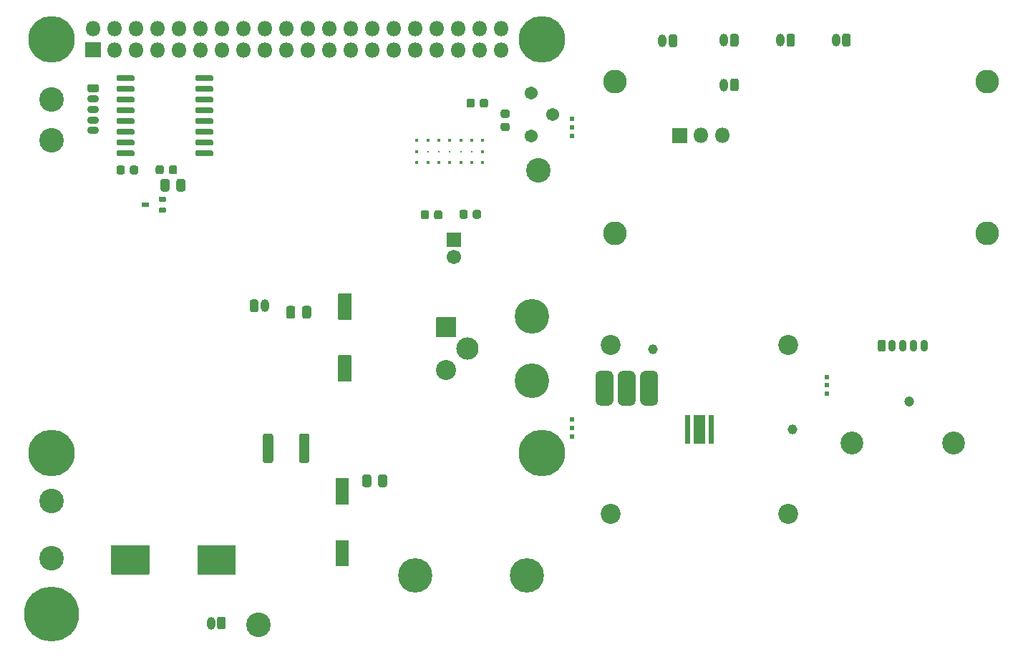
<source format=gbs>
G04 #@! TF.GenerationSoftware,KiCad,Pcbnew,(5.1.10-1-10_14)*
G04 #@! TF.CreationDate,2022-08-23T22:17:00-07:00*
G04 #@! TF.ProjectId,ulc-mm,756c632d-6d6d-42e6-9b69-6361645f7063,rev?*
G04 #@! TF.SameCoordinates,Original*
G04 #@! TF.FileFunction,Soldermask,Bot*
G04 #@! TF.FilePolarity,Negative*
%FSLAX46Y46*%
G04 Gerber Fmt 4.6, Leading zero omitted, Abs format (unit mm)*
G04 Created by KiCad (PCBNEW (5.1.10-1-10_14)) date 2022-08-23 22:17:00*
%MOMM*%
%LPD*%
G01*
G04 APERTURE LIST*
%ADD10C,1.201600*%
%ADD11C,4.061600*%
%ADD12C,0.401600*%
%ADD13C,0.300200*%
%ADD14O,1.801600X1.801600*%
%ADD15O,1.001600X1.501600*%
%ADD16C,2.901600*%
%ADD17C,1.701600*%
%ADD18C,1.541600*%
%ADD19C,2.381600*%
%ADD20C,4.091600*%
%ADD21C,2.641600*%
%ADD22C,2.801600*%
%ADD23C,2.362200*%
%ADD24C,1.151600*%
%ADD25C,5.501600*%
%ADD26C,6.501600*%
%ADD27C,0.609600*%
%ADD28O,1.401600X0.901600*%
%ADD29O,0.901600X1.401600*%
%ADD30C,2.701600*%
G04 APERTURE END LIST*
D10*
X304936000Y-140344400D03*
D11*
X246447900Y-160985500D03*
X259647900Y-160985500D03*
D12*
X254465900Y-110804100D03*
X254465900Y-112104100D03*
X253165900Y-112104100D03*
X251865900Y-112104100D03*
X250565900Y-112104100D03*
X249265900Y-112104100D03*
X247965900Y-112104100D03*
X246665900Y-112104100D03*
X246665900Y-110804100D03*
X254465900Y-109504100D03*
X253165900Y-109504100D03*
X251865900Y-109504100D03*
X250565900Y-109504100D03*
X249265900Y-109504100D03*
X247965900Y-109504100D03*
X246665900Y-109504100D03*
D13*
X247965900Y-110804100D03*
X249265900Y-110804100D03*
X253165900Y-110804100D03*
X251865900Y-110804100D03*
X250565900Y-110804100D03*
G36*
G01*
X207520000Y-97869200D02*
X209220000Y-97869200D01*
G75*
G02*
X209270800Y-97920000I0J-50800D01*
G01*
X209270800Y-99620000D01*
G75*
G02*
X209220000Y-99670800I-50800J0D01*
G01*
X207520000Y-99670800D01*
G75*
G02*
X207469200Y-99620000I0J50800D01*
G01*
X207469200Y-97920000D01*
G75*
G02*
X207520000Y-97869200I50800J0D01*
G01*
G37*
D14*
X208370000Y-96230000D03*
X210910000Y-98770000D03*
X210910000Y-96230000D03*
X213450000Y-98770000D03*
X213450000Y-96230000D03*
X215990000Y-98770000D03*
X215990000Y-96230000D03*
X218530000Y-98770000D03*
X218530000Y-96230000D03*
X221070000Y-98770000D03*
X221070000Y-96230000D03*
X223610000Y-98770000D03*
X223610000Y-96230000D03*
X226150000Y-98770000D03*
X226150000Y-96230000D03*
X228690000Y-98770000D03*
X228690000Y-96230000D03*
X231230000Y-98770000D03*
X231230000Y-96230000D03*
X233770000Y-98770000D03*
X233770000Y-96230000D03*
X236310000Y-98770000D03*
X236310000Y-96230000D03*
X238850000Y-98770000D03*
X238850000Y-96230000D03*
X241390000Y-98770000D03*
X241390000Y-96230000D03*
X243930000Y-98770000D03*
X243930000Y-96230000D03*
X246470000Y-98770000D03*
X246470000Y-96230000D03*
X249010000Y-98770000D03*
X249010000Y-96230000D03*
X251550000Y-98770000D03*
X251550000Y-96230000D03*
X254090000Y-98770000D03*
X254090000Y-96230000D03*
X256630000Y-98770000D03*
X256630000Y-96230000D03*
D15*
X222305960Y-166581120D03*
G36*
G01*
X224056760Y-166080720D02*
X224056760Y-167081520D01*
G75*
G02*
X223806360Y-167331920I-250400J0D01*
G01*
X223305560Y-167331920D01*
G75*
G02*
X223055160Y-167081520I0J250400D01*
G01*
X223055160Y-166080720D01*
G75*
G02*
X223305560Y-165830320I250400J0D01*
G01*
X223806360Y-165830320D01*
G75*
G02*
X224056760Y-166080720I0J-250400D01*
G01*
G37*
D16*
X227914600Y-166789400D03*
X261036200Y-113043000D03*
X203450000Y-109500000D03*
X203450000Y-104650000D03*
X203454400Y-158915400D03*
X203479800Y-152159000D03*
G36*
G01*
X211139800Y-111186400D02*
X211139800Y-110835600D01*
G75*
G02*
X211315200Y-110660200I175400J0D01*
G01*
X213116000Y-110660200D01*
G75*
G02*
X213291400Y-110835600I0J-175400D01*
G01*
X213291400Y-111186400D01*
G75*
G02*
X213116000Y-111361800I-175400J0D01*
G01*
X211315200Y-111361800D01*
G75*
G02*
X211139800Y-111186400I0J175400D01*
G01*
G37*
G36*
G01*
X211139800Y-109916400D02*
X211139800Y-109565600D01*
G75*
G02*
X211315200Y-109390200I175400J0D01*
G01*
X213116000Y-109390200D01*
G75*
G02*
X213291400Y-109565600I0J-175400D01*
G01*
X213291400Y-109916400D01*
G75*
G02*
X213116000Y-110091800I-175400J0D01*
G01*
X211315200Y-110091800D01*
G75*
G02*
X211139800Y-109916400I0J175400D01*
G01*
G37*
G36*
G01*
X211139800Y-108646400D02*
X211139800Y-108295600D01*
G75*
G02*
X211315200Y-108120200I175400J0D01*
G01*
X213116000Y-108120200D01*
G75*
G02*
X213291400Y-108295600I0J-175400D01*
G01*
X213291400Y-108646400D01*
G75*
G02*
X213116000Y-108821800I-175400J0D01*
G01*
X211315200Y-108821800D01*
G75*
G02*
X211139800Y-108646400I0J175400D01*
G01*
G37*
G36*
G01*
X211139800Y-107376400D02*
X211139800Y-107025600D01*
G75*
G02*
X211315200Y-106850200I175400J0D01*
G01*
X213116000Y-106850200D01*
G75*
G02*
X213291400Y-107025600I0J-175400D01*
G01*
X213291400Y-107376400D01*
G75*
G02*
X213116000Y-107551800I-175400J0D01*
G01*
X211315200Y-107551800D01*
G75*
G02*
X211139800Y-107376400I0J175400D01*
G01*
G37*
G36*
G01*
X211139800Y-106106400D02*
X211139800Y-105755600D01*
G75*
G02*
X211315200Y-105580200I175400J0D01*
G01*
X213116000Y-105580200D01*
G75*
G02*
X213291400Y-105755600I0J-175400D01*
G01*
X213291400Y-106106400D01*
G75*
G02*
X213116000Y-106281800I-175400J0D01*
G01*
X211315200Y-106281800D01*
G75*
G02*
X211139800Y-106106400I0J175400D01*
G01*
G37*
G36*
G01*
X211139800Y-104836400D02*
X211139800Y-104485600D01*
G75*
G02*
X211315200Y-104310200I175400J0D01*
G01*
X213116000Y-104310200D01*
G75*
G02*
X213291400Y-104485600I0J-175400D01*
G01*
X213291400Y-104836400D01*
G75*
G02*
X213116000Y-105011800I-175400J0D01*
G01*
X211315200Y-105011800D01*
G75*
G02*
X211139800Y-104836400I0J175400D01*
G01*
G37*
G36*
G01*
X211139800Y-103566400D02*
X211139800Y-103215600D01*
G75*
G02*
X211315200Y-103040200I175400J0D01*
G01*
X213116000Y-103040200D01*
G75*
G02*
X213291400Y-103215600I0J-175400D01*
G01*
X213291400Y-103566400D01*
G75*
G02*
X213116000Y-103741800I-175400J0D01*
G01*
X211315200Y-103741800D01*
G75*
G02*
X211139800Y-103566400I0J175400D01*
G01*
G37*
G36*
G01*
X211139800Y-102296400D02*
X211139800Y-101945600D01*
G75*
G02*
X211315200Y-101770200I175400J0D01*
G01*
X213116000Y-101770200D01*
G75*
G02*
X213291400Y-101945600I0J-175400D01*
G01*
X213291400Y-102296400D01*
G75*
G02*
X213116000Y-102471800I-175400J0D01*
G01*
X211315200Y-102471800D01*
G75*
G02*
X211139800Y-102296400I0J175400D01*
G01*
G37*
G36*
G01*
X220439800Y-102296400D02*
X220439800Y-101945600D01*
G75*
G02*
X220615200Y-101770200I175400J0D01*
G01*
X222416000Y-101770200D01*
G75*
G02*
X222591400Y-101945600I0J-175400D01*
G01*
X222591400Y-102296400D01*
G75*
G02*
X222416000Y-102471800I-175400J0D01*
G01*
X220615200Y-102471800D01*
G75*
G02*
X220439800Y-102296400I0J175400D01*
G01*
G37*
G36*
G01*
X220439800Y-103566400D02*
X220439800Y-103215600D01*
G75*
G02*
X220615200Y-103040200I175400J0D01*
G01*
X222416000Y-103040200D01*
G75*
G02*
X222591400Y-103215600I0J-175400D01*
G01*
X222591400Y-103566400D01*
G75*
G02*
X222416000Y-103741800I-175400J0D01*
G01*
X220615200Y-103741800D01*
G75*
G02*
X220439800Y-103566400I0J175400D01*
G01*
G37*
G36*
G01*
X220439800Y-104836400D02*
X220439800Y-104485600D01*
G75*
G02*
X220615200Y-104310200I175400J0D01*
G01*
X222416000Y-104310200D01*
G75*
G02*
X222591400Y-104485600I0J-175400D01*
G01*
X222591400Y-104836400D01*
G75*
G02*
X222416000Y-105011800I-175400J0D01*
G01*
X220615200Y-105011800D01*
G75*
G02*
X220439800Y-104836400I0J175400D01*
G01*
G37*
G36*
G01*
X220439800Y-106106400D02*
X220439800Y-105755600D01*
G75*
G02*
X220615200Y-105580200I175400J0D01*
G01*
X222416000Y-105580200D01*
G75*
G02*
X222591400Y-105755600I0J-175400D01*
G01*
X222591400Y-106106400D01*
G75*
G02*
X222416000Y-106281800I-175400J0D01*
G01*
X220615200Y-106281800D01*
G75*
G02*
X220439800Y-106106400I0J175400D01*
G01*
G37*
G36*
G01*
X220439800Y-107376400D02*
X220439800Y-107025600D01*
G75*
G02*
X220615200Y-106850200I175400J0D01*
G01*
X222416000Y-106850200D01*
G75*
G02*
X222591400Y-107025600I0J-175400D01*
G01*
X222591400Y-107376400D01*
G75*
G02*
X222416000Y-107551800I-175400J0D01*
G01*
X220615200Y-107551800D01*
G75*
G02*
X220439800Y-107376400I0J175400D01*
G01*
G37*
G36*
G01*
X220439800Y-108646400D02*
X220439800Y-108295600D01*
G75*
G02*
X220615200Y-108120200I175400J0D01*
G01*
X222416000Y-108120200D01*
G75*
G02*
X222591400Y-108295600I0J-175400D01*
G01*
X222591400Y-108646400D01*
G75*
G02*
X222416000Y-108821800I-175400J0D01*
G01*
X220615200Y-108821800D01*
G75*
G02*
X220439800Y-108646400I0J175400D01*
G01*
G37*
G36*
G01*
X220439800Y-109916400D02*
X220439800Y-109565600D01*
G75*
G02*
X220615200Y-109390200I175400J0D01*
G01*
X222416000Y-109390200D01*
G75*
G02*
X222591400Y-109565600I0J-175400D01*
G01*
X222591400Y-109916400D01*
G75*
G02*
X222416000Y-110091800I-175400J0D01*
G01*
X220615200Y-110091800D01*
G75*
G02*
X220439800Y-109916400I0J175400D01*
G01*
G37*
G36*
G01*
X220439800Y-111186400D02*
X220439800Y-110835600D01*
G75*
G02*
X220615200Y-110660200I175400J0D01*
G01*
X222416000Y-110660200D01*
G75*
G02*
X222591400Y-110835600I0J-175400D01*
G01*
X222591400Y-111186400D01*
G75*
G02*
X222416000Y-111361800I-175400J0D01*
G01*
X220615200Y-111361800D01*
G75*
G02*
X220439800Y-111186400I0J175400D01*
G01*
G37*
G36*
G01*
X226918500Y-129558100D02*
X226918500Y-128557300D01*
G75*
G02*
X227168900Y-128306900I250400J0D01*
G01*
X227669700Y-128306900D01*
G75*
G02*
X227920100Y-128557300I0J-250400D01*
G01*
X227920100Y-129558100D01*
G75*
G02*
X227669700Y-129808500I-250400J0D01*
G01*
X227168900Y-129808500D01*
G75*
G02*
X226918500Y-129558100I0J250400D01*
G01*
G37*
D15*
X228669300Y-129057700D03*
G36*
G01*
X251708600Y-118506250D02*
X251708600Y-117942950D01*
G75*
G02*
X251952750Y-117698800I244150J0D01*
G01*
X252441050Y-117698800D01*
G75*
G02*
X252685200Y-117942950I0J-244150D01*
G01*
X252685200Y-118506250D01*
G75*
G02*
X252441050Y-118750400I-244150J0D01*
G01*
X251952750Y-118750400D01*
G75*
G02*
X251708600Y-118506250I0J244150D01*
G01*
G37*
G36*
G01*
X253283600Y-118506250D02*
X253283600Y-117942950D01*
G75*
G02*
X253527750Y-117698800I244150J0D01*
G01*
X254016050Y-117698800D01*
G75*
G02*
X254260200Y-117942950I0J-244150D01*
G01*
X254260200Y-118506250D01*
G75*
G02*
X254016050Y-118750400I-244150J0D01*
G01*
X253527750Y-118750400D01*
G75*
G02*
X253283600Y-118506250I0J244150D01*
G01*
G37*
G36*
G01*
X211144800Y-113273850D02*
X211144800Y-112710550D01*
G75*
G02*
X211388950Y-112466400I244150J0D01*
G01*
X211877250Y-112466400D01*
G75*
G02*
X212121400Y-112710550I0J-244150D01*
G01*
X212121400Y-113273850D01*
G75*
G02*
X211877250Y-113518000I-244150J0D01*
G01*
X211388950Y-113518000D01*
G75*
G02*
X211144800Y-113273850I0J244150D01*
G01*
G37*
G36*
G01*
X212719800Y-113273850D02*
X212719800Y-112710550D01*
G75*
G02*
X212963950Y-112466400I244150J0D01*
G01*
X213452250Y-112466400D01*
G75*
G02*
X213696400Y-112710550I0J-244150D01*
G01*
X213696400Y-113273850D01*
G75*
G02*
X213452250Y-113518000I-244150J0D01*
G01*
X212963950Y-113518000D01*
G75*
G02*
X212719800Y-113273850I0J244150D01*
G01*
G37*
G36*
G01*
X250241900Y-120423300D02*
X251841900Y-120423300D01*
G75*
G02*
X251892700Y-120474100I0J-50800D01*
G01*
X251892700Y-122074100D01*
G75*
G02*
X251841900Y-122124900I-50800J0D01*
G01*
X250241900Y-122124900D01*
G75*
G02*
X250191100Y-122074100I0J50800D01*
G01*
X250191100Y-120474100D01*
G75*
G02*
X250241900Y-120423300I50800J0D01*
G01*
G37*
D17*
X251041900Y-123274100D03*
G36*
G01*
X241282200Y-149277050D02*
X241282200Y-150240350D01*
G75*
G02*
X241013050Y-150509500I-269150J0D01*
G01*
X240474750Y-150509500D01*
G75*
G02*
X240205600Y-150240350I0J269150D01*
G01*
X240205600Y-149277050D01*
G75*
G02*
X240474750Y-149007900I269150J0D01*
G01*
X241013050Y-149007900D01*
G75*
G02*
X241282200Y-149277050I0J-269150D01*
G01*
G37*
G36*
G01*
X243157200Y-149277050D02*
X243157200Y-150240350D01*
G75*
G02*
X242888050Y-150509500I-269150J0D01*
G01*
X242349750Y-150509500D01*
G75*
G02*
X242080600Y-150240350I0J269150D01*
G01*
X242080600Y-149277050D01*
G75*
G02*
X242349750Y-149007900I269150J0D01*
G01*
X242888050Y-149007900D01*
G75*
G02*
X243157200Y-149277050I0J-269150D01*
G01*
G37*
G36*
G01*
X237403100Y-134903400D02*
X238873100Y-134903400D01*
G75*
G02*
X238923900Y-134954200I0J-50800D01*
G01*
X238923900Y-137954200D01*
G75*
G02*
X238873100Y-138005000I-50800J0D01*
G01*
X237403100Y-138005000D01*
G75*
G02*
X237352300Y-137954200I0J50800D01*
G01*
X237352300Y-134954200D01*
G75*
G02*
X237403100Y-134903400I50800J0D01*
G01*
G37*
G36*
G01*
X237403100Y-127603400D02*
X238873100Y-127603400D01*
G75*
G02*
X238923900Y-127654200I0J-50800D01*
G01*
X238923900Y-130654200D01*
G75*
G02*
X238873100Y-130705000I-50800J0D01*
G01*
X237403100Y-130705000D01*
G75*
G02*
X237352300Y-130654200I0J50800D01*
G01*
X237352300Y-127654200D01*
G75*
G02*
X237403100Y-127603400I50800J0D01*
G01*
G37*
G36*
G01*
X228453100Y-147388826D02*
X228453100Y-144432374D01*
G75*
G02*
X228725674Y-144159800I272574J0D01*
G01*
X229407126Y-144159800D01*
G75*
G02*
X229679700Y-144432374I0J-272574D01*
G01*
X229679700Y-147388826D01*
G75*
G02*
X229407126Y-147661400I-272574J0D01*
G01*
X228725674Y-147661400D01*
G75*
G02*
X228453100Y-147388826I0J272574D01*
G01*
G37*
G36*
G01*
X232728100Y-147388826D02*
X232728100Y-144432374D01*
G75*
G02*
X233000674Y-144159800I272574J0D01*
G01*
X233682126Y-144159800D01*
G75*
G02*
X233954700Y-144432374I0J-272574D01*
G01*
X233954700Y-147388826D01*
G75*
G02*
X233682126Y-147661400I-272574J0D01*
G01*
X233000674Y-147661400D01*
G75*
G02*
X232728100Y-147388826I0J272574D01*
G01*
G37*
G36*
G01*
X238555600Y-159861700D02*
X237085600Y-159861700D01*
G75*
G02*
X237034800Y-159810900I0J50800D01*
G01*
X237034800Y-156810900D01*
G75*
G02*
X237085600Y-156760100I50800J0D01*
G01*
X238555600Y-156760100D01*
G75*
G02*
X238606400Y-156810900I0J-50800D01*
G01*
X238606400Y-159810900D01*
G75*
G02*
X238555600Y-159861700I-50800J0D01*
G01*
G37*
G36*
G01*
X238555600Y-152561700D02*
X237085600Y-152561700D01*
G75*
G02*
X237034800Y-152510900I0J50800D01*
G01*
X237034800Y-149510900D01*
G75*
G02*
X237085600Y-149460100I50800J0D01*
G01*
X238555600Y-149460100D01*
G75*
G02*
X238606400Y-149510900I0J-50800D01*
G01*
X238606400Y-152510900D01*
G75*
G02*
X238555600Y-152561700I-50800J0D01*
G01*
G37*
G36*
G01*
X210520640Y-160805900D02*
X210520640Y-157405900D01*
G75*
G02*
X210571440Y-157355100I50800J0D01*
G01*
X214971440Y-157355100D01*
G75*
G02*
X215022240Y-157405900I0J-50800D01*
G01*
X215022240Y-160805900D01*
G75*
G02*
X214971440Y-160856700I-50800J0D01*
G01*
X210571440Y-160856700D01*
G75*
G02*
X210520640Y-160805900I0J50800D01*
G01*
G37*
G36*
G01*
X220720640Y-160805900D02*
X220720640Y-157405900D01*
G75*
G02*
X220771440Y-157355100I50800J0D01*
G01*
X225171440Y-157355100D01*
G75*
G02*
X225222240Y-157405900I0J-50800D01*
G01*
X225222240Y-160805900D01*
G75*
G02*
X225171440Y-160856700I-50800J0D01*
G01*
X220771440Y-160856700D01*
G75*
G02*
X220720640Y-160805900I0J50800D01*
G01*
G37*
G36*
G01*
X257393550Y-106812900D02*
X256830250Y-106812900D01*
G75*
G02*
X256586100Y-106568750I0J244150D01*
G01*
X256586100Y-106080450D01*
G75*
G02*
X256830250Y-105836300I244150J0D01*
G01*
X257393550Y-105836300D01*
G75*
G02*
X257637700Y-106080450I0J-244150D01*
G01*
X257637700Y-106568750D01*
G75*
G02*
X257393550Y-106812900I-244150J0D01*
G01*
G37*
G36*
G01*
X257393550Y-108387900D02*
X256830250Y-108387900D01*
G75*
G02*
X256586100Y-108143750I0J244150D01*
G01*
X256586100Y-107655450D01*
G75*
G02*
X256830250Y-107411300I244150J0D01*
G01*
X257393550Y-107411300D01*
G75*
G02*
X257637700Y-107655450I0J-244150D01*
G01*
X257637700Y-108143750D01*
G75*
G02*
X257393550Y-108387900I-244150J0D01*
G01*
G37*
G36*
G01*
X248113200Y-118006450D02*
X248113200Y-118569750D01*
G75*
G02*
X247869050Y-118813900I-244150J0D01*
G01*
X247380750Y-118813900D01*
G75*
G02*
X247136600Y-118569750I0J244150D01*
G01*
X247136600Y-118006450D01*
G75*
G02*
X247380750Y-117762300I244150J0D01*
G01*
X247869050Y-117762300D01*
G75*
G02*
X248113200Y-118006450I0J-244150D01*
G01*
G37*
G36*
G01*
X249688200Y-118006450D02*
X249688200Y-118569750D01*
G75*
G02*
X249444050Y-118813900I-244150J0D01*
G01*
X248955750Y-118813900D01*
G75*
G02*
X248711600Y-118569750I0J244150D01*
G01*
X248711600Y-118006450D01*
G75*
G02*
X248955750Y-117762300I244150J0D01*
G01*
X249444050Y-117762300D01*
G75*
G02*
X249688200Y-118006450I0J-244150D01*
G01*
G37*
G36*
G01*
X254109100Y-105361750D02*
X254109100Y-104798450D01*
G75*
G02*
X254353250Y-104554300I244150J0D01*
G01*
X254841550Y-104554300D01*
G75*
G02*
X255085700Y-104798450I0J-244150D01*
G01*
X255085700Y-105361750D01*
G75*
G02*
X254841550Y-105605900I-244150J0D01*
G01*
X254353250Y-105605900D01*
G75*
G02*
X254109100Y-105361750I0J244150D01*
G01*
G37*
G36*
G01*
X252534100Y-105361750D02*
X252534100Y-104798450D01*
G75*
G02*
X252778250Y-104554300I244150J0D01*
G01*
X253266550Y-104554300D01*
G75*
G02*
X253510700Y-104798450I0J-244150D01*
G01*
X253510700Y-105361750D01*
G75*
G02*
X253266550Y-105605900I-244150J0D01*
G01*
X252778250Y-105605900D01*
G75*
G02*
X252534100Y-105361750I0J244150D01*
G01*
G37*
D18*
X260223400Y-103886300D03*
X262763400Y-106426300D03*
X260223400Y-108966300D03*
G36*
G01*
X234165600Y-129338050D02*
X234165600Y-130301350D01*
G75*
G02*
X233896450Y-130570500I-269150J0D01*
G01*
X233358150Y-130570500D01*
G75*
G02*
X233089000Y-130301350I0J269150D01*
G01*
X233089000Y-129338050D01*
G75*
G02*
X233358150Y-129068900I269150J0D01*
G01*
X233896450Y-129068900D01*
G75*
G02*
X234165600Y-129338050I0J-269150D01*
G01*
G37*
G36*
G01*
X232290600Y-129338050D02*
X232290600Y-130301350D01*
G75*
G02*
X232021450Y-130570500I-269150J0D01*
G01*
X231483150Y-130570500D01*
G75*
G02*
X231214000Y-130301350I0J269150D01*
G01*
X231214000Y-129338050D01*
G75*
G02*
X231483150Y-129068900I269150J0D01*
G01*
X232021450Y-129068900D01*
G75*
G02*
X232290600Y-129338050I0J-269150D01*
G01*
G37*
G36*
G01*
X248991980Y-130411980D02*
X251271980Y-130411980D01*
G75*
G02*
X251322780Y-130462780I0J-50800D01*
G01*
X251322780Y-132742780D01*
G75*
G02*
X251271980Y-132793580I-50800J0D01*
G01*
X248991980Y-132793580D01*
G75*
G02*
X248941180Y-132742780I0J50800D01*
G01*
X248941180Y-130462780D01*
G75*
G02*
X248991980Y-130411980I50800J0D01*
G01*
G37*
D19*
X250131980Y-136682780D03*
D20*
X260291980Y-130332780D03*
X260291980Y-137952780D03*
D21*
X252671980Y-134142780D03*
G36*
G01*
X216220200Y-116168500D02*
X216920200Y-116168500D01*
G75*
G02*
X216971000Y-116219300I0J-50800D01*
G01*
X216971000Y-116669300D01*
G75*
G02*
X216920200Y-116720100I-50800J0D01*
G01*
X216220200Y-116720100D01*
G75*
G02*
X216169400Y-116669300I0J50800D01*
G01*
X216169400Y-116219300D01*
G75*
G02*
X216220200Y-116168500I50800J0D01*
G01*
G37*
G36*
G01*
X216220200Y-117468500D02*
X216920200Y-117468500D01*
G75*
G02*
X216971000Y-117519300I0J-50800D01*
G01*
X216971000Y-117969300D01*
G75*
G02*
X216920200Y-118020100I-50800J0D01*
G01*
X216220200Y-118020100D01*
G75*
G02*
X216169400Y-117969300I0J50800D01*
G01*
X216169400Y-117519300D01*
G75*
G02*
X216220200Y-117468500I50800J0D01*
G01*
G37*
G36*
G01*
X214220200Y-116818500D02*
X214920200Y-116818500D01*
G75*
G02*
X214971000Y-116869300I0J-50800D01*
G01*
X214971000Y-117319300D01*
G75*
G02*
X214920200Y-117370100I-50800J0D01*
G01*
X214220200Y-117370100D01*
G75*
G02*
X214169400Y-117319300I0J50800D01*
G01*
X214169400Y-116869300D01*
G75*
G02*
X214220200Y-116818500I50800J0D01*
G01*
G37*
G36*
G01*
X219295800Y-114308350D02*
X219295800Y-115271650D01*
G75*
G02*
X219026650Y-115540800I-269150J0D01*
G01*
X218488350Y-115540800D01*
G75*
G02*
X218219200Y-115271650I0J269150D01*
G01*
X218219200Y-114308350D01*
G75*
G02*
X218488350Y-114039200I269150J0D01*
G01*
X219026650Y-114039200D01*
G75*
G02*
X219295800Y-114308350I0J-269150D01*
G01*
G37*
G36*
G01*
X217420800Y-114308350D02*
X217420800Y-115271650D01*
G75*
G02*
X217151650Y-115540800I-269150J0D01*
G01*
X216613350Y-115540800D01*
G75*
G02*
X216344200Y-115271650I0J269150D01*
G01*
X216344200Y-114308350D01*
G75*
G02*
X216613350Y-114039200I269150J0D01*
G01*
X217151650Y-114039200D01*
G75*
G02*
X217420800Y-114308350I0J-269150D01*
G01*
G37*
G36*
G01*
X215767600Y-113248450D02*
X215767600Y-112685150D01*
G75*
G02*
X216011750Y-112441000I244150J0D01*
G01*
X216500050Y-112441000D01*
G75*
G02*
X216744200Y-112685150I0J-244150D01*
G01*
X216744200Y-113248450D01*
G75*
G02*
X216500050Y-113492600I-244150J0D01*
G01*
X216011750Y-113492600D01*
G75*
G02*
X215767600Y-113248450I0J244150D01*
G01*
G37*
G36*
G01*
X217342600Y-113248450D02*
X217342600Y-112685150D01*
G75*
G02*
X217586750Y-112441000I244150J0D01*
G01*
X218075050Y-112441000D01*
G75*
G02*
X218319200Y-112685150I0J-244150D01*
G01*
X218319200Y-113248450D01*
G75*
G02*
X218075050Y-113492600I-244150J0D01*
G01*
X217586750Y-113492600D01*
G75*
G02*
X217342600Y-113248450I0J244150D01*
G01*
G37*
D22*
X270096000Y-102500000D03*
X270096000Y-120500000D03*
X314096000Y-102500000D03*
X314096000Y-120500000D03*
D15*
X296220000Y-97620000D03*
G36*
G01*
X297970800Y-97119600D02*
X297970800Y-98120400D01*
G75*
G02*
X297720400Y-98370800I-250400J0D01*
G01*
X297219600Y-98370800D01*
G75*
G02*
X296969200Y-98120400I0J250400D01*
G01*
X296969200Y-97119600D01*
G75*
G02*
X297219600Y-96869200I250400J0D01*
G01*
X297720400Y-96869200D01*
G75*
G02*
X297970800Y-97119600I0J-250400D01*
G01*
G37*
G36*
G01*
X284730800Y-102419600D02*
X284730800Y-103420400D01*
G75*
G02*
X284480400Y-103670800I-250400J0D01*
G01*
X283979600Y-103670800D01*
G75*
G02*
X283729200Y-103420400I0J250400D01*
G01*
X283729200Y-102419600D01*
G75*
G02*
X283979600Y-102169200I250400J0D01*
G01*
X284480400Y-102169200D01*
G75*
G02*
X284730800Y-102419600I0J-250400D01*
G01*
G37*
X282980000Y-102920000D03*
G36*
G01*
X291380800Y-97129600D02*
X291380800Y-98130400D01*
G75*
G02*
X291130400Y-98380800I-250400J0D01*
G01*
X290629600Y-98380800D01*
G75*
G02*
X290379200Y-98130400I0J250400D01*
G01*
X290379200Y-97129600D01*
G75*
G02*
X290629600Y-96879200I250400J0D01*
G01*
X291130400Y-96879200D01*
G75*
G02*
X291380800Y-97129600I0J-250400D01*
G01*
G37*
X289630000Y-97630000D03*
X275720000Y-97700000D03*
G36*
G01*
X277470800Y-97199600D02*
X277470800Y-98200400D01*
G75*
G02*
X277220400Y-98450800I-250400J0D01*
G01*
X276719600Y-98450800D01*
G75*
G02*
X276469200Y-98200400I0J250400D01*
G01*
X276469200Y-97199600D01*
G75*
G02*
X276719600Y-96949200I250400J0D01*
G01*
X277220400Y-96949200D01*
G75*
G02*
X277470800Y-97199600I0J-250400D01*
G01*
G37*
G36*
G01*
X284710800Y-97139600D02*
X284710800Y-98140400D01*
G75*
G02*
X284460400Y-98390800I-250400J0D01*
G01*
X283959600Y-98390800D01*
G75*
G02*
X283709200Y-98140400I0J250400D01*
G01*
X283709200Y-97139600D01*
G75*
G02*
X283959600Y-96889200I250400J0D01*
G01*
X284460400Y-96889200D01*
G75*
G02*
X284710800Y-97139600I0J-250400D01*
G01*
G37*
X282960000Y-97640000D03*
G36*
G01*
X278580000Y-109810800D02*
X276880000Y-109810800D01*
G75*
G02*
X276829200Y-109760000I0J50800D01*
G01*
X276829200Y-108060000D01*
G75*
G02*
X276880000Y-108009200I50800J0D01*
G01*
X278580000Y-108009200D01*
G75*
G02*
X278630800Y-108060000I0J-50800D01*
G01*
X278630800Y-109760000D01*
G75*
G02*
X278580000Y-109810800I-50800J0D01*
G01*
G37*
D14*
X280270000Y-108910000D03*
X282810000Y-108910000D03*
G36*
G01*
X268324600Y-136752389D02*
X269375400Y-136752389D01*
G75*
G02*
X269900800Y-137277789I0J-525400D01*
G01*
X269900800Y-140328589D01*
G75*
G02*
X269375400Y-140853989I-525400J0D01*
G01*
X268324600Y-140853989D01*
G75*
G02*
X267799200Y-140328589I0J525400D01*
G01*
X267799200Y-137277789D01*
G75*
G02*
X268324600Y-136752389I525400J0D01*
G01*
G37*
G36*
G01*
X273624600Y-136752389D02*
X274675400Y-136752389D01*
G75*
G02*
X275200800Y-137277789I0J-525400D01*
G01*
X275200800Y-140328589D01*
G75*
G02*
X274675400Y-140853989I-525400J0D01*
G01*
X273624600Y-140853989D01*
G75*
G02*
X273099200Y-140328589I0J525400D01*
G01*
X273099200Y-137277789D01*
G75*
G02*
X273624600Y-136752389I525400J0D01*
G01*
G37*
G36*
G01*
X270954600Y-136762389D02*
X272005400Y-136762389D01*
G75*
G02*
X272530800Y-137287789I0J-525400D01*
G01*
X272530800Y-140338589D01*
G75*
G02*
X272005400Y-140863989I-525400J0D01*
G01*
X270954600Y-140863989D01*
G75*
G02*
X270429200Y-140338589I0J525400D01*
G01*
X270429200Y-137287789D01*
G75*
G02*
X270954600Y-136762389I525400J0D01*
G01*
G37*
D23*
X269570251Y-133700001D03*
G36*
G01*
X280771051Y-142050000D02*
X280771051Y-145350000D01*
G75*
G02*
X280720251Y-145400800I-50800J0D01*
G01*
X279420251Y-145400800D01*
G75*
G02*
X279369451Y-145350000I0J50800D01*
G01*
X279369451Y-142050000D01*
G75*
G02*
X279420251Y-141999200I50800J0D01*
G01*
X280720251Y-141999200D01*
G75*
G02*
X280771051Y-142050000I0J-50800D01*
G01*
G37*
G36*
G01*
X281771051Y-142049999D02*
X281771051Y-145350001D01*
G75*
G02*
X281720252Y-145400800I-50799J0D01*
G01*
X281220250Y-145400800D01*
G75*
G02*
X281169451Y-145350001I0J50799D01*
G01*
X281169451Y-142049999D01*
G75*
G02*
X281220250Y-141999200I50799J0D01*
G01*
X281720252Y-141999200D01*
G75*
G02*
X281771051Y-142049999I0J-50799D01*
G01*
G37*
G36*
G01*
X278971051Y-142049999D02*
X278971051Y-145350001D01*
G75*
G02*
X278920252Y-145400800I-50799J0D01*
G01*
X278420250Y-145400800D01*
G75*
G02*
X278369451Y-145350001I0J50799D01*
G01*
X278369451Y-142049999D01*
G75*
G02*
X278420250Y-141999200I50799J0D01*
G01*
X278920252Y-141999200D01*
G75*
G02*
X278971051Y-142049999I0J-50799D01*
G01*
G37*
D12*
X280470251Y-142400000D03*
X279670251Y-142400000D03*
X279670251Y-143000000D03*
X280470251Y-143000000D03*
X279670251Y-143600000D03*
X280470251Y-143600000D03*
X280470251Y-144200000D03*
X280470251Y-144800000D03*
X279670251Y-144200000D03*
X279670251Y-144800000D03*
D24*
X274570251Y-134173721D03*
X291070251Y-143700000D03*
D23*
X269570251Y-153700000D03*
X290570251Y-153700000D03*
X290570251Y-133700000D03*
D25*
X203500000Y-97500000D03*
X261500000Y-97500000D03*
X203500000Y-146500000D03*
X261500000Y-146500000D03*
D26*
X203500000Y-165500000D03*
D27*
X264986200Y-106933900D03*
X264986200Y-107933900D03*
X265015600Y-142494389D03*
X264986200Y-108933900D03*
X265015600Y-144494389D03*
X265015600Y-143494389D03*
D28*
X208390000Y-108310000D03*
X208390000Y-107060000D03*
X208390000Y-105810000D03*
X208390000Y-104560000D03*
G36*
G01*
X207914600Y-102859200D02*
X208865400Y-102859200D01*
G75*
G02*
X209090800Y-103084600I0J-225400D01*
G01*
X209090800Y-103535400D01*
G75*
G02*
X208865400Y-103760800I-225400J0D01*
G01*
X207914600Y-103760800D01*
G75*
G02*
X207689200Y-103535400I0J225400D01*
G01*
X207689200Y-103084600D01*
G75*
G02*
X207914600Y-102859200I225400J0D01*
G01*
G37*
G36*
G01*
X301194600Y-134246402D02*
X301194600Y-133295602D01*
G75*
G02*
X301420000Y-133070202I225400J0D01*
G01*
X301870800Y-133070202D01*
G75*
G02*
X302096200Y-133295602I0J-225400D01*
G01*
X302096200Y-134246402D01*
G75*
G02*
X301870800Y-134471802I-225400J0D01*
G01*
X301420000Y-134471802D01*
G75*
G02*
X301194600Y-134246402I0J225400D01*
G01*
G37*
D29*
X302895400Y-133771002D03*
X304145400Y-133771002D03*
X305395400Y-133771002D03*
X306645400Y-133771002D03*
D30*
X298145401Y-145271001D03*
X310145400Y-145271001D03*
D27*
X295186500Y-139468400D03*
X295186500Y-138468400D03*
X295186500Y-137468400D03*
M02*

</source>
